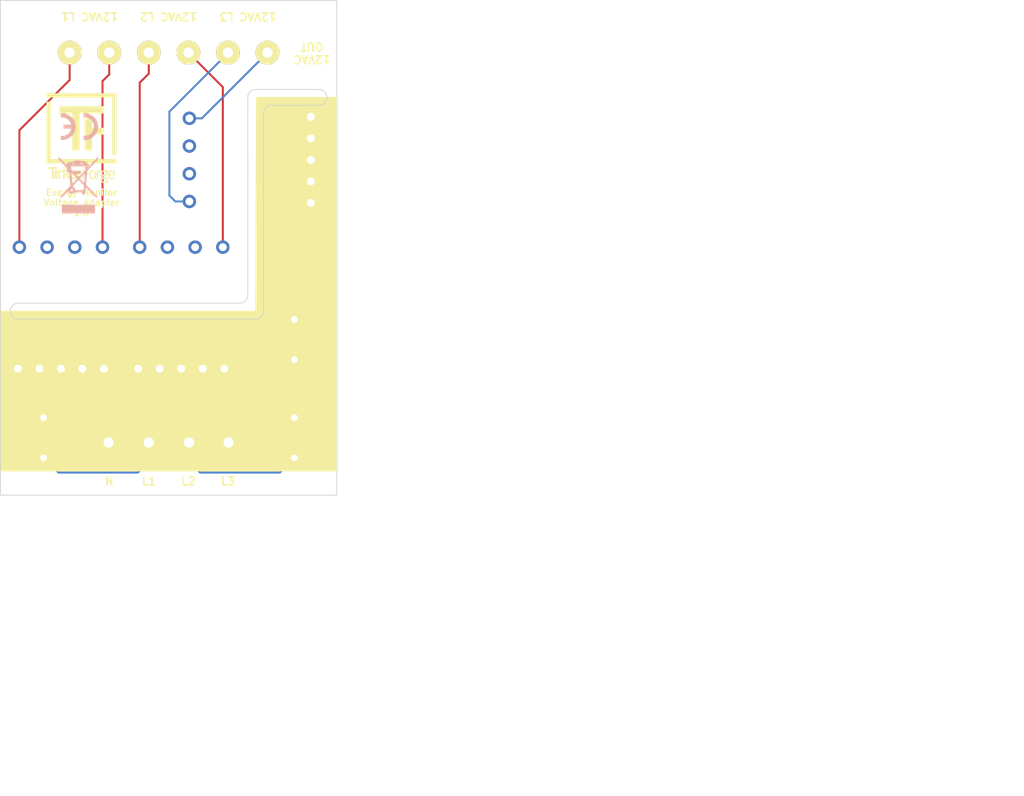
<source format=kicad_pcb>
(kicad_pcb (version 20221018) (generator pcbnew)
  (title_block (title "Energy Monitor Voltage Adapter") (date "2020-08-05") (rev "1.0") (company "Tinkerforge GmbH") (comment 1 "Licensed under CERN OHL v.1.1") (comment 2 "Copyright (©) 2020, T.Schneidermann <tim@tinkerforge.com>"))
  (layers (0 "F.Cu" signal) (31 "B.Cu" signal) (34 "B.Paste" user) (35 "F.Paste" user) (36 "B.SilkS" user "B.Silkscreen") (37 "F.SilkS" user "F.Silkscreen") (38 "B.Mask" user) (39 "F.Mask" user) (44 "Edge.Cuts" user))
  (net 0 "")
  (net 1 "Net-(F1-Pad1)")
  (net 2 "Net-(F1-Pad2)")
  (net 3 "Net-(F2-Pad2)")
  (net 4 "Net-(F2-Pad1)")
  (net 5 "Net-(F3-Pad1)")
  (net 6 "Net-(F3-Pad2)")
  (net 7 "Net-(P1-Pad1)")
  (net 8 "Net-(P3-Pad1)")
  (net 9 "Net-(P3-Pad2)")
  (net 10 "Net-(P3-Pad3)")
  (net 11 "Net-(P4-Pad3)")
  (net 12 "Net-(P4-Pad2)")
  (net 13 "Net-(P4-Pad1)")
  (net 14 "Net-(U1-Pad2)")
  (net 15 "Net-(U1-Pad3)")
  (net 16 "Net-(U1-Pad4)")
  (net 17 "Net-(U1-Pad7)")
  (net 18 "Net-(U1-Pad8)")
  (net 19 "Net-(U2-Pad8)")
  (net 20 "Net-(U2-Pad7)")
  (net 21 "Net-(U2-Pad4)")
  (net 22 "Net-(U2-Pad3)")
  (net 23 "Net-(U2-Pad2)")
  (net 24 "Net-(U3-Pad2)")
  (net 25 "Net-(U3-Pad3)")
  (net 26 "Net-(U3-Pad4)")
  (net 27 "Net-(U3-Pad7)")
  (net 28 "Net-(U3-Pad8)")
  (footprint "kicad-libraries:AKL_5_3" (layer "F.Cu") (at 152.75 63.75)
    (fp_text reference "P3")
    (fp_text value "CONN_01X06")
    (pad "1" thru_hole circle locked (at -5 0) (size 2.99974 2.99974) (drill 1.30048) (layers "*.Cu" "*.Mask" "F.SilkS") (net 8 "Net-(P3-Pad1)"))
    (pad "2" thru_hole circle locked (at 0 0) (size 2.99974 2.99974) (drill 1.30048) (layers "*.Cu" "*.Mask" "F.SilkS") (net 9 "Net-(P3-Pad2)"))
    (pad "3" thru_hole circle locked (at 5 0) (size 2.99974 2.99974) (drill 1.30048) (layers "*.Cu" "*.Mask" "F.SilkS") (net 10 "Net-(P3-Pad3)"))
  )
  (footprint "kicad-libraries:AKL_5_3" (layer "F.Cu") (at 167.75 63.75)
    (fp_text reference "P4")
    (fp_text value "CONN_01X06")
    (pad "1" thru_hole circle locked (at -5 0) (size 2.99974 2.99974) (drill 1.30048) (layers "*.Cu" "*.Mask" "F.SilkS") (net 13 "Net-(P4-Pad1)"))
    (pad "2" thru_hole circle locked (at 0 0) (size 2.99974 2.99974) (drill 1.30048) (layers "*.Cu" "*.Mask" "F.SilkS") (net 12 "Net-(P4-Pad2)"))
    (pad "3" thru_hole circle locked (at 5 0) (size 2.99974 2.99974) (drill 1.30048) (layers "*.Cu" "*.Mask" "F.SilkS") (net 11 "Net-(P4-Pad3)"))
  )
  (footprint "kicad-libraries:749118115" (layer "F.Cu") (at 146.65 96)
    (fp_text reference "U1")
    (fp_text value "Trafo-749118115")
    (pad "1" thru_hole circle (at -5.44 7.675) (size 1.7 1.7) (drill 1) (layers "*.Cu" "*.Mask") (net 7 "Net-(P1-Pad1)"))
    (pad "2" thru_hole circle (at -2.72 7.675) (size 1.7 1.7) (drill 1) (layers "*.Cu" "*.Mask") (net 14 "Net-(U1-Pad2)"))
    (pad "3" thru_hole circle (at 0 7.675) (size 1.7 1.7) (drill 1) (layers "*.Cu" "*.Mask") (net 15 "Net-(U1-Pad3)"))
    (pad "4" thru_hole circle (at 2.72 7.675) (size 1.7 1.7) (drill 1) (layers "*.Cu" "*.Mask") (net 16 "Net-(U1-Pad4)"))
    (pad "5" thru_hole circle (at 5.44 7.675) (size 1.7 1.7) (drill 1) (layers "*.Cu" "*.Mask") (net 2 "Net-(F1-Pad2)"))
    (pad "6" thru_hole circle (at 5.25 -7.675) (size 1.7 1.7) (drill 1) (layers "*.Cu" "*.Mask") (net 9 "Net-(P3-Pad2)"))
    (pad "7" thru_hole circle (at 1.75 -7.675) (size 1.7 1.7) (drill 1) (layers "*.Cu" "*.Mask") (net 17 "Net-(U1-Pad7)"))
    (pad "8" thru_hole circle (at -1.75 -7.675) (size 1.7 1.7) (drill 1) (layers "*.Cu" "*.Mask") (net 18 "Net-(U1-Pad8)"))
    (pad "9" thru_hole circle (at -5.25 -7.675) (size 1.7 1.7) (drill 1) (layers "*.Cu" "*.Mask") (net 8 "Net-(P3-Pad1)"))
  )
  (footprint "kicad-libraries:749118115" (layer "F.Cu") (at 161.85 96)
    (fp_text reference "U2")
    (fp_text value "Trafo-749118115")
    (pad "1" thru_hole circle (at -5.44 7.675) (size 1.7 1.7) (drill 1) (layers "*.Cu" "*.Mask") (net 7 "Net-(P1-Pad1)"))
    (pad "2" thru_hole circle (at -2.72 7.675) (size 1.7 1.7) (drill 1) (layers "*.Cu" "*.Mask") (net 23 "Net-(U2-Pad2)"))
    (pad "3" thru_hole circle (at 0 7.675) (size 1.7 1.7) (drill 1) (layers "*.Cu" "*.Mask") (net 22 "Net-(U2-Pad3)"))
    (pad "4" thru_hole circle (at 2.72 7.675) (size 1.7 1.7) (drill 1) (layers "*.Cu" "*.Mask") (net 21 "Net-(U2-Pad4)"))
    (pad "5" thru_hole circle (at 5.44 7.675) (size 1.7 1.7) (drill 1) (layers "*.Cu" "*.Mask") (net 3 "Net-(F2-Pad2)"))
    (pad "6" thru_hole circle (at 5.25 -7.675) (size 1.7 1.7) (drill 1) (layers "*.Cu" "*.Mask") (net 13 "Net-(P4-Pad1)"))
    (pad "7" thru_hole circle (at 1.75 -7.675) (size 1.7 1.7) (drill 1) (layers "*.Cu" "*.Mask") (net 20 "Net-(U2-Pad7)"))
    (pad "8" thru_hole circle (at -1.75 -7.675) (size 1.7 1.7) (drill 1) (layers "*.Cu" "*.Mask") (net 19 "Net-(U2-Pad8)"))
    (pad "9" thru_hole circle (at -5.25 -7.675) (size 1.7 1.7) (drill 1) (layers "*.Cu" "*.Mask") (net 10 "Net-(P3-Pad3)"))
  )
  (footprint "kicad-libraries:749118115" (layer "F.Cu") (at 170.55 77.3 90)
    (fp_text reference "U3")
    (fp_text value "Trafo-749118115")
    (pad "1" thru_hole circle (at -5.44 7.675 90) (size 1.7 1.7) (drill 1) (layers "*.Cu" "*.Mask") (net 7 "Net-(P1-Pad1)"))
    (pad "2" thru_hole circle (at -2.72 7.675 90) (size 1.7 1.7) (drill 1) (layers "*.Cu" "*.Mask") (net 24 "Net-(U3-Pad2)"))
    (pad "3" thru_hole circle (at 0 7.675 90) (size 1.7 1.7) (drill 1) (layers "*.Cu" "*.Mask") (net 25 "Net-(U3-Pad3)"))
    (pad "4" thru_hole circle (at 2.72 7.675 90) (size 1.7 1.7) (drill 1) (layers "*.Cu" "*.Mask") (net 26 "Net-(U3-Pad4)"))
    (pad "5" thru_hole circle (at 5.44 7.675 90) (size 1.7 1.7) (drill 1) (layers "*.Cu" "*.Mask") (net 6 "Net-(F3-Pad2)"))
    (pad "6" thru_hole circle (at 5.25 -7.675 90) (size 1.7 1.7) (drill 1) (layers "*.Cu" "*.Mask") (net 11 "Net-(P4-Pad3)"))
    (pad "7" thru_hole circle (at 1.75 -7.675 90) (size 1.7 1.7) (drill 1) (layers "*.Cu" "*.Mask") (net 27 "Net-(U3-Pad7)"))
    (pad "8" thru_hole circle (at -1.75 -7.675 90) (size 1.7 1.7) (drill 1) (layers "*.Cu" "*.Mask") (net 28 "Net-(U3-Pad8)"))
    (pad "9" thru_hole circle (at -5.25 -7.675 90) (size 1.7 1.7) (drill 1) (layers "*.Cu" "*.Mask") (net 12 "Net-(P4-Pad2)"))
  )
  (footprint "kicad-libraries:Fuse-MRF" (layer "F.Cu") (at 144.45 112.4 90)
    (fp_text reference "F1")
    (fp_text value "MRF 50mA T")
    (pad "1" thru_hole circle (at -2.54 0 90) (size 1.5 1.5) (drill 0.85) (layers "*.Cu" "*.Mask") (net 1 "Net-(F1-Pad1)"))
    (pad "2" thru_hole circle (at 2.54 0 90) (size 1.5 1.5) (drill 0.85) (layers "*.Cu" "*.Mask") (net 2 "Net-(F1-Pad2)"))
  )
  (footprint "kicad-libraries:Fuse-MRF" (layer "F.Cu") (at 176.15 112.4 90)
    (fp_text reference "F2")
    (fp_text value "MRF 50mA T")
    (pad "1" thru_hole circle (at -2.54 0 90) (size 1.5 1.5) (drill 0.85) (layers "*.Cu" "*.Mask") (net 4 "Net-(F2-Pad1)"))
    (pad "2" thru_hole circle (at 2.54 0 90) (size 1.5 1.5) (drill 0.85) (layers "*.Cu" "*.Mask") (net 3 "Net-(F2-Pad2)"))
  )
  (footprint "kicad-libraries:Fuse-MRF" (layer "F.Cu") (at 176.15 100 90)
    (fp_text reference "F3")
    (fp_text value "MRF 50mA T")
    (pad "1" thru_hole circle (at -2.54 0 90) (size 1.5 1.5) (drill 0.85) (layers "*.Cu" "*.Mask") (net 5 "Net-(F3-Pad1)"))
    (pad "2" thru_hole circle (at 2.54 0 90) (size 1.5 1.5) (drill 0.85) (layers "*.Cu" "*.Mask") (net 6 "Net-(F3-Pad2)"))
  )
  (footprint "kicad-libraries:AKL_5_4" (layer "F.Cu") (at 160.25 113 180)
    (fp_text reference "P1")
    (fp_text value "CONN_01X04")
    (pad "1" thru_hole circle locked (at 7.57936 0 180) (size 2.99974 2.99974) (drill 1.30048) (layers "*.Cu" "*.Mask" "F.SilkS") (net 7 "Net-(P1-Pad1)"))
    (pad "2" thru_hole circle locked (at 2.49936 0 180) (size 2.99974 2.99974) (drill 1.30048) (layers "*.Cu" "*.Mask" "F.SilkS") (net 1 "Net-(F1-Pad1)"))
    (pad "3" thru_hole circle locked (at -2.58064 0 180) (size 2.99974 2.99974) (drill 1.30048) (layers "*.Cu" "*.Mask" "F.SilkS") (net 4 "Net-(F2-Pad1)"))
    (pad "4" thru_hole circle locked (at -7.57936 0 180) (size 2.99974 2.99974) (drill 1.30048) (layers "*.Cu" "*.Mask" "F.SilkS") (net 5 "Net-(F3-Pad1)"))
  )
  (footprint "kicad-libraries:Logo_TF_10x12" (layer "F.Cu") (at 149.25 74.4)
    (fp_text reference "G***" hide)
    (fp_text value "LOGO" hide)
  )
  (footprint "kicad-libraries:CE_5mm" (layer "B.Cu") (at 148.95 73.1 180)
    (fp_text reference "VAL" hide)
    (fp_text value "CE_5mm" hide)
  )
  (footprint "kicad-libraries:WEEE_7mm" (layer "B.Cu") (at 148.85 80.5 180)
    (fp_text reference "VAL" hide)
    (fp_text value "WEEE_7mm" hide)
  )
  (gr_poly (pts (xy 181.55 116.6) (xy 139.05 116.6) (xy 139.05 96.4) (xy 171.25 96.4) (xy 171.35 69.4) (xy 181.55 69.4)) (stroke (width 0.1)) (fill solid) (layer "F.SilkS"))
  (gr_arc (start 141.25 97.4) (mid 140.25 96.4) (end 141.25 95.4) (stroke (width 0.09906)) (layer "Edge.Cuts"))
  (gr_line (start 181.5 57.15) (end 181.5 119.65) (stroke (width 0.09906)) (layer "Edge.Cuts"))
  (gr_line (start 181.5 119.65) (end 139 119.65) (stroke (width 0.09906)) (layer "Edge.Cuts"))
  (gr_line (start 179.25 68.4) (end 171.25 68.4) (stroke (width 0.09906)) (layer "Edge.Cuts"))
  (gr_line (start 139 119.65) (end 139 57.15) (stroke (width 0.09906)) (layer "Edge.Cuts"))
  (gr_line (start 170.25 69.4) (end 170.25 94.4) (stroke (width 0.09906)) (layer "Edge.Cuts"))
  (gr_line (start 172.25 96.4) (end 172.25 71.4) (stroke (width 0.09906)) (layer "Edge.Cuts"))
  (gr_line (start 173.25 70.4) (end 179.25 70.4) (stroke (width 0.09906)) (layer "Edge.Cuts"))
  (gr_arc (start 172.25 96.4) (mid 171.957107 97.107107) (end 171.25 97.4) (stroke (width 0.09906)) (layer "Edge.Cuts"))
  (gr_arc (start 179.25 68.4) (mid 180.25 69.4) (end 179.25 70.4) (stroke (width 0.09906)) (layer "Edge.Cuts"))
  (gr_arc (start 172.25 71.4) (mid 172.542893 70.692893) (end 173.25 70.4) (stroke (width 0.09906)) (layer "Edge.Cuts"))
  (gr_arc (start 170.25 69.4) (mid 170.542893 68.692893) (end 171.25 68.4) (stroke (width 0.09906)) (layer "Edge.Cuts"))
  (gr_line (start 139 57.15) (end 181.5 57.15) (stroke (width 0.09906)) (layer "Edge.Cuts"))
  (gr_line (start 169.25 95.4) (end 141.25 95.4) (stroke (width 0.09906)) (layer "Edge.Cuts"))
  (gr_arc (start 170.25 94.4) (mid 169.957107 95.107107) (end 169.25 95.4) (stroke (width 0.09906)) (layer "Edge.Cuts"))
  (gr_line (start 141.25 97.4) (end 171.25 97.4) (stroke (width 0.09906)) (layer "Edge.Cuts"))
  (gr_text "12VAC L1" (at 150.25 59.2 180) (layer "F.SilkS") (effects (font (size 1 1) (thickness 0.2))))
  (gr_text "12VAC L3" (at 170.25 59.2 180) (layer "F.SilkS") (effects (font (size 1 1) (thickness 0.2))))
  (gr_text "L3" (at 167.75 117.9) (layer "F.SilkS") (effects (font (size 1 1) (thickness 0.2))))
  (gr_text "Energy Monitor\nVoltage Adapter\n1.0" (at 149.25 82.7) (layer "F.SilkS") (effects (font (size 0.8 0.8))))
  (gr_text "L2" (at 162.75 117.9) (layer "F.SilkS") (effects (font (size 1 1) (thickness 0.2))))
  (gr_text "12VAC\nOUT\n" (at 178.35 63.8 180) (layer "F.SilkS") (effects (font (size 1 1) (thickness 0.2))))
  (gr_text "L1" (at 157.75 117.9) (layer "F.SilkS") (effects (font (size 1 1) (thickness 0.2))))
  (gr_text "N" (at 152.75 117.9) (layer "F.SilkS") (effects (font (size 1 1) (thickness 0.2))))
  (gr_text "12VAC L2" (at 160.25 59.2 180) (layer "F.SilkS") (effects (font (size 1 1) (thickness 0.2))))
  (segment (start 144.49 114.94) (end 146.35 116.8) (width 0.25) (layer "B.Cu") (net 1))
  (segment (start 146.35 116.8) (end 156.35 116.8) (width 0.25) (layer "B.Cu") (net 1))
  (segment (start 157.75064 115.39936) (end 157.75064 113) (width 0.25) (layer "B.Cu") (net 1))
  (segment (start 156.35 116.8) (end 157.75064 115.39936) (width 0.25) (layer "B.Cu") (net 1))
  (segment (start 144.45 114.94) (end 144.49 114.94) (width 0.25) (layer "B.Cu") (net 1))
  (segment (start 144.45 109.86) (end 147.09 109.86) (width 0.25) (layer "B.Cu") (net 2))
  (segment (start 147.09 109.86) (end 152.09 104.86) (width 0.25) (layer "B.Cu") (net 2))
  (segment (start 152.09 104.86) (end 152.09 103.675) (width 0.25) (layer "B.Cu") (net 2))
  (segment (start 176.15 109.86) (end 173.475 109.86) (width 0.25) (layer "B.Cu") (net 3))
  (segment (start 173.475 109.86) (end 167.29 103.675) (width 0.25) (layer "B.Cu") (net 3))
  (segment (start 162.83064 113) (end 162.83064 115.38064) (width 0.25) (layer "B.Cu") (net 4))
  (segment (start 174.29 116.8) (end 176.15 114.94) (width 0.25) (layer "B.Cu") (net 4))
  (segment (start 162.83064 115.38064) (end 164.25 116.8) (width 0.25) (layer "B.Cu") (net 4))
  (segment (start 164.25 116.8) (end 174.29 116.8) (width 0.25) (layer "B.Cu") (net 4))
  (segment (start 167.82936 113) (end 168.42936 112.4) (width 0.25) (layer "B.Cu") (net 5))
  (segment (start 179.55 111.7) (end 179.55 103.8) (width 0.25) (layer "B.Cu") (net 5))
  (segment (start 179.55 103.8) (end 178.29 102.54) (width 0.25) (layer "B.Cu") (net 5))
  (segment (start 178.29 102.54) (end 176.15 102.54) (width 0.25) (layer "B.Cu") (net 5))
  (segment (start 178.85 112.4) (end 179.55 111.7) (width 0.25) (layer "B.Cu") (net 5))
  (segment (start 168.42936 112.4) (end 178.85 112.4) (width 0.25) (layer "B.Cu") (net 5))
  (segment (start 175.85 73.4) (end 177.39 71.86) (width 0.25) (layer "B.Cu") (net 6))
  (segment (start 177.39 71.86) (end 178.225 71.86) (width 0.25) (layer "B.Cu") (net 6))
  (segment (start 175.85 97.16) (end 175.85 73.4) (width 0.25) (layer "B.Cu") (net 6))
  (segment (start 176.15 97.46) (end 175.85 97.16) (width 0.25) (layer "B.Cu") (net 6))
  (segment (start 152.67064 109.82064) (end 152.67064 107.41436) (width 0.25) (layer "F.Cu") (net 7))
  (segment (start 156.427001 102.822999) (end 156.427001 101.922999) (width 0.25) (layer "F.Cu") (net 7))
  (segment (start 152.67064 107.41436) (end 156.41 103.675) (width 0.25) (layer "F.Cu") (net 7))
  (segment (start 156.427001 101.922999) (end 158.35 100) (width 0.25) (layer "F.Cu") (net 7))
  (segment (start 173.75 93.9) (end 178.225 89.425) (width 0.25) (layer "F.Cu") (net 7))
  (segment (start 143.45 107.2) (end 141.21 104.96) (width 0.25) (layer "F.Cu") (net 7))
  (segment (start 152.67064 113) (end 152.67064 109.82064) (width 0.25) (layer "F.Cu") (net 7))
  (segment (start 152.67064 107.41436) (end 152.45628 107.2) (width 0.25) (layer "F.Cu") (net 7))
  (segment (start 156.41 103.675) (end 156.41 102.84) (width 0.25) (layer "F.Cu") (net 7))
  (segment (start 158.35 100) (end 171.35 100) (width 0.25) (layer "F.Cu") (net 7))
  (segment (start 171.35 100) (end 173.75 97.6) (width 0.25) (layer "F.Cu") (net 7))
  (segment (start 141.21 104.96) (end 141.21 103.675) (width 0.25) (layer "F.Cu") (net 7))
  (segment (start 152.45628 107.2) (end 143.45 107.2) (width 0.25) (layer "F.Cu") (net 7))
  (segment (start 156.41 102.84) (end 156.427001 102.822999) (width 0.25) (layer "F.Cu") (net 7))
  (segment (start 173.75 97.6) (end 173.75 93.9) (width 0.25) (layer "F.Cu") (net 7))
  (segment (start 178.225 89.425) (end 178.225 82.74) (width 0.25) (layer "F.Cu") (net 7))
  (segment (start 147.75 67.2) (end 147.75 63.75) (width 0.25) (layer "F.Cu") (net 8))
  (segment (start 141.4 88.325) (end 141.4 73.55) (width 0.25) (layer "F.Cu") (net 8))
  (segment (start 141.4 73.55) (end 147.75 67.2) (width 0.25) (layer "F.Cu") (net 8))
  (segment (start 152.75 63.75) (end 152.75 66.5) (width 0.25) (layer "F.Cu") (net 9))
  (segment (start 151.9 67.35) (end 151.9 88.325) (width 0.25) (layer "F.Cu") (net 9))
  (segment (start 152.75 66.5) (end 151.9 67.35) (width 0.25) (layer "F.Cu") (net 9))
  (segment (start 157.75 66.4) (end 157.75 63.75) (width 0.25) (layer "F.Cu") (net 10))
  (segment (start 156.6 88.325) (end 156.6 67.55) (width 0.25) (layer "F.Cu") (net 10))
  (segment (start 156.6 67.55) (end 157.75 66.4) (width 0.25) (layer "F.Cu") (net 10))
  (segment (start 164.45 72.05) (end 172.75 63.75) (width 0.25) (layer "B.Cu") (net 11))
  (segment (start 162.875 72.05) (end 164.45 72.05) (width 0.25) (layer "B.Cu") (net 11))
  (segment (start 162.875 82.55) (end 161.1 82.55) (width 0.25) (layer "B.Cu") (net 12))
  (segment (start 160.35 71.2) (end 167.75 63.8) (width 0.25) (layer "B.Cu") (net 12))
  (segment (start 160.35 81.8) (end 160.35 71.2) (width 0.25) (layer "B.Cu") (net 12))
  (segment (start 161.1 82.55) (end 160.35 81.8) (width 0.25) (layer "B.Cu") (net 12))
  (segment (start 167.75 63.8) (end 167.75 63.75) (width 0.25) (layer "B.Cu") (net 12))
  (segment (start 167.1 88.325) (end 167.1 68.1) (width 0.25) (layer "F.Cu") (net 13))
  (segment (start 167.1 68.1) (end 162.75 63.75) (width 0.25) (layer "F.Cu") (net 13))
)
</source>
